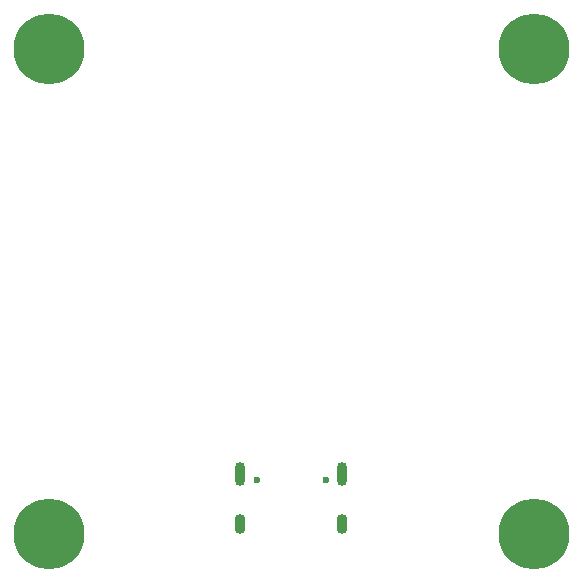
<source format=gbr>
%TF.GenerationSoftware,KiCad,Pcbnew,(6.0.0)*%
%TF.CreationDate,2022-11-20T17:05:32+07:00*%
%TF.ProjectId,ESP32-S3-MINI,45535033-322d-4533-932d-4d494e492e6b,rev?*%
%TF.SameCoordinates,Original*%
%TF.FileFunction,Soldermask,Bot*%
%TF.FilePolarity,Negative*%
%FSLAX46Y46*%
G04 Gerber Fmt 4.6, Leading zero omitted, Abs format (unit mm)*
G04 Created by KiCad (PCBNEW (6.0.0)) date 2022-11-20 17:05:32*
%MOMM*%
%LPD*%
G01*
G04 APERTURE LIST*
%ADD10C,6.000000*%
%ADD11C,0.600000*%
%ADD12O,0.900000X1.700000*%
%ADD13O,0.900000X2.000000*%
G04 APERTURE END LIST*
D10*
%TO.C,H4*%
X99500000Y-149500000D03*
%TD*%
%TO.C,H2*%
X140500000Y-108500000D03*
%TD*%
%TO.C,H1*%
X99500000Y-108500000D03*
%TD*%
%TO.C,H3*%
X140500000Y-149500000D03*
%TD*%
D11*
%TO.C,J1*%
X122890000Y-144950000D03*
X117110000Y-144950000D03*
D12*
X115680000Y-148640000D03*
D13*
X115680000Y-144470000D03*
D12*
X124320000Y-148640000D03*
D13*
X124320000Y-144470000D03*
%TD*%
M02*

</source>
